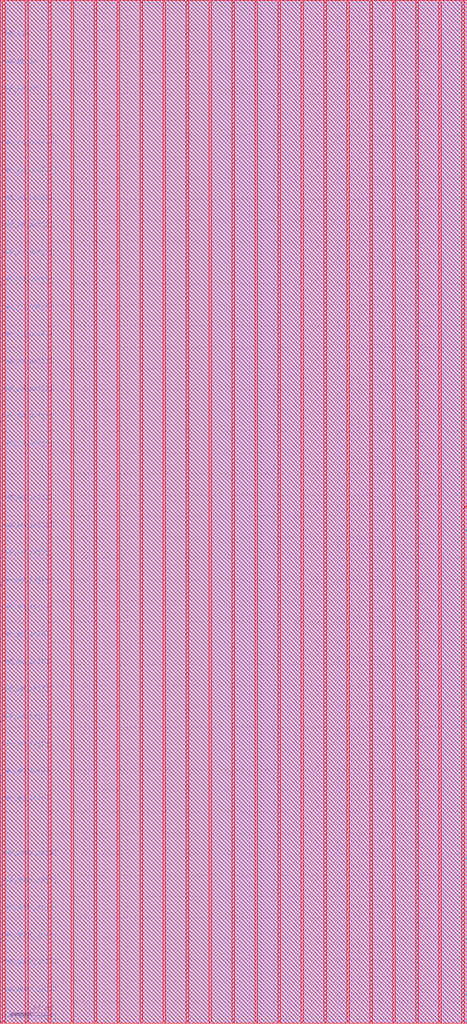
<source format=lef>
# Generated by FakeRAM 2.0
VERSION 5.7 ;
BUSBITCHARS "[]" ;
PROPERTYDEFINITIONS
  MACRO width INTEGER ;
  MACRO depth INTEGER ;
  MACRO banks INTEGER ;
END PROPERTYDEFINITIONS
MACRO liteeth_1rw1r_12w128d_sram
  PROPERTY width 12 ;
  PROPERTY depth 128 ;
  PROPERTY banks 1 ;
  FOREIGN liteeth_1rw1r_12w128d_sram 0 0 ;
  SYMMETRY X Y R90 ;
  SIZE 221.260 BY 484.160 ;
  CLASS BLOCK ;
  PIN r0_addr_in[0]
    DIRECTION INPUT ;
    USE SIGNAL ;
    SHAPE ABUTMENT ;
    PORT
      LAYER met3 ;
      RECT 220.460 0.680 221.260 0.980 ;
    END
  END r0_addr_in[0]
  PIN r0_addr_in[1]
    DIRECTION INPUT ;
    USE SIGNAL ;
    SHAPE ABUTMENT ;
    PORT
      LAYER met3 ;
      RECT 220.460 13.600 221.260 13.900 ;
    END
  END r0_addr_in[1]
  PIN r0_addr_in[2]
    DIRECTION INPUT ;
    USE SIGNAL ;
    SHAPE ABUTMENT ;
    PORT
      LAYER met3 ;
      RECT 220.460 26.520 221.260 26.820 ;
    END
  END r0_addr_in[2]
  PIN r0_addr_in[3]
    DIRECTION INPUT ;
    USE SIGNAL ;
    SHAPE ABUTMENT ;
    PORT
      LAYER met3 ;
      RECT 220.460 39.440 221.260 39.740 ;
    END
  END r0_addr_in[3]
  PIN r0_addr_in[4]
    DIRECTION INPUT ;
    USE SIGNAL ;
    SHAPE ABUTMENT ;
    PORT
      LAYER met3 ;
      RECT 220.460 52.360 221.260 52.660 ;
    END
  END r0_addr_in[4]
  PIN r0_addr_in[5]
    DIRECTION INPUT ;
    USE SIGNAL ;
    SHAPE ABUTMENT ;
    PORT
      LAYER met3 ;
      RECT 220.460 65.280 221.260 65.580 ;
    END
  END r0_addr_in[5]
  PIN r0_addr_in[6]
    DIRECTION INPUT ;
    USE SIGNAL ;
    SHAPE ABUTMENT ;
    PORT
      LAYER met3 ;
      RECT 220.460 78.200 221.260 78.500 ;
    END
  END r0_addr_in[6]
  PIN r0_rd_out[0]
    DIRECTION OUTPUT ;
    USE SIGNAL ;
    SHAPE ABUTMENT ;
    PORT
      LAYER met3 ;
      RECT 220.460 104.040 221.260 104.340 ;
    END
  END r0_rd_out[0]
  PIN r0_rd_out[1]
    DIRECTION OUTPUT ;
    USE SIGNAL ;
    SHAPE ABUTMENT ;
    PORT
      LAYER met3 ;
      RECT 220.460 116.960 221.260 117.260 ;
    END
  END r0_rd_out[1]
  PIN r0_rd_out[2]
    DIRECTION OUTPUT ;
    USE SIGNAL ;
    SHAPE ABUTMENT ;
    PORT
      LAYER met3 ;
      RECT 220.460 129.880 221.260 130.180 ;
    END
  END r0_rd_out[2]
  PIN r0_rd_out[3]
    DIRECTION OUTPUT ;
    USE SIGNAL ;
    SHAPE ABUTMENT ;
    PORT
      LAYER met3 ;
      RECT 220.460 142.800 221.260 143.100 ;
    END
  END r0_rd_out[3]
  PIN r0_rd_out[4]
    DIRECTION OUTPUT ;
    USE SIGNAL ;
    SHAPE ABUTMENT ;
    PORT
      LAYER met3 ;
      RECT 220.460 155.720 221.260 156.020 ;
    END
  END r0_rd_out[4]
  PIN r0_rd_out[5]
    DIRECTION OUTPUT ;
    USE SIGNAL ;
    SHAPE ABUTMENT ;
    PORT
      LAYER met3 ;
      RECT 220.460 168.640 221.260 168.940 ;
    END
  END r0_rd_out[5]
  PIN r0_rd_out[6]
    DIRECTION OUTPUT ;
    USE SIGNAL ;
    SHAPE ABUTMENT ;
    PORT
      LAYER met3 ;
      RECT 220.460 181.560 221.260 181.860 ;
    END
  END r0_rd_out[6]
  PIN r0_rd_out[7]
    DIRECTION OUTPUT ;
    USE SIGNAL ;
    SHAPE ABUTMENT ;
    PORT
      LAYER met3 ;
      RECT 220.460 194.480 221.260 194.780 ;
    END
  END r0_rd_out[7]
  PIN r0_rd_out[8]
    DIRECTION OUTPUT ;
    USE SIGNAL ;
    SHAPE ABUTMENT ;
    PORT
      LAYER met3 ;
      RECT 220.460 207.400 221.260 207.700 ;
    END
  END r0_rd_out[8]
  PIN r0_rd_out[9]
    DIRECTION OUTPUT ;
    USE SIGNAL ;
    SHAPE ABUTMENT ;
    PORT
      LAYER met3 ;
      RECT 220.460 220.320 221.260 220.620 ;
    END
  END r0_rd_out[9]
  PIN r0_rd_out[10]
    DIRECTION OUTPUT ;
    USE SIGNAL ;
    SHAPE ABUTMENT ;
    PORT
      LAYER met3 ;
      RECT 220.460 233.240 221.260 233.540 ;
    END
  END r0_rd_out[10]
  PIN r0_rd_out[11]
    DIRECTION OUTPUT ;
    USE SIGNAL ;
    SHAPE ABUTMENT ;
    PORT
      LAYER met3 ;
      RECT 220.460 246.160 221.260 246.460 ;
    END
  END r0_rd_out[11]
  PIN r0_ce_in
    DIRECTION INPUT ;
    USE SIGNAL ;
    SHAPE ABUTMENT ;
    PORT
      LAYER met3 ;
      RECT 220.460 272.000 221.260 272.300 ;
    END
  END r0_ce_in
  PIN r0_clk
    DIRECTION INPUT ;
    USE SIGNAL ;
    SHAPE ABUTMENT ;
    PORT
      LAYER met3 ;
      RECT 220.460 284.920 221.260 285.220 ;
    END
  END r0_clk
  PIN rw0_addr_in[0]
    DIRECTION INPUT ;
    USE SIGNAL ;
    SHAPE ABUTMENT ;
    PORT
      LAYER met3 ;
      RECT 0.000 0.680 0.800 0.980 ;
    END
  END rw0_addr_in[0]
  PIN rw0_addr_in[1]
    DIRECTION INPUT ;
    USE SIGNAL ;
    SHAPE ABUTMENT ;
    PORT
      LAYER met3 ;
      RECT 0.000 13.600 0.800 13.900 ;
    END
  END rw0_addr_in[1]
  PIN rw0_addr_in[2]
    DIRECTION INPUT ;
    USE SIGNAL ;
    SHAPE ABUTMENT ;
    PORT
      LAYER met3 ;
      RECT 0.000 26.520 0.800 26.820 ;
    END
  END rw0_addr_in[2]
  PIN rw0_addr_in[3]
    DIRECTION INPUT ;
    USE SIGNAL ;
    SHAPE ABUTMENT ;
    PORT
      LAYER met3 ;
      RECT 0.000 39.440 0.800 39.740 ;
    END
  END rw0_addr_in[3]
  PIN rw0_addr_in[4]
    DIRECTION INPUT ;
    USE SIGNAL ;
    SHAPE ABUTMENT ;
    PORT
      LAYER met3 ;
      RECT 0.000 52.360 0.800 52.660 ;
    END
  END rw0_addr_in[4]
  PIN rw0_addr_in[5]
    DIRECTION INPUT ;
    USE SIGNAL ;
    SHAPE ABUTMENT ;
    PORT
      LAYER met3 ;
      RECT 0.000 65.280 0.800 65.580 ;
    END
  END rw0_addr_in[5]
  PIN rw0_addr_in[6]
    DIRECTION INPUT ;
    USE SIGNAL ;
    SHAPE ABUTMENT ;
    PORT
      LAYER met3 ;
      RECT 0.000 78.200 0.800 78.500 ;
    END
  END rw0_addr_in[6]
  PIN rw0_wd_in[0]
    DIRECTION INPUT ;
    USE SIGNAL ;
    SHAPE ABUTMENT ;
    PORT
      LAYER met3 ;
      RECT 0.000 104.040 0.800 104.340 ;
    END
  END rw0_wd_in[0]
  PIN rw0_wd_in[1]
    DIRECTION INPUT ;
    USE SIGNAL ;
    SHAPE ABUTMENT ;
    PORT
      LAYER met3 ;
      RECT 0.000 116.960 0.800 117.260 ;
    END
  END rw0_wd_in[1]
  PIN rw0_wd_in[2]
    DIRECTION INPUT ;
    USE SIGNAL ;
    SHAPE ABUTMENT ;
    PORT
      LAYER met3 ;
      RECT 0.000 129.880 0.800 130.180 ;
    END
  END rw0_wd_in[2]
  PIN rw0_wd_in[3]
    DIRECTION INPUT ;
    USE SIGNAL ;
    SHAPE ABUTMENT ;
    PORT
      LAYER met3 ;
      RECT 0.000 142.800 0.800 143.100 ;
    END
  END rw0_wd_in[3]
  PIN rw0_wd_in[4]
    DIRECTION INPUT ;
    USE SIGNAL ;
    SHAPE ABUTMENT ;
    PORT
      LAYER met3 ;
      RECT 0.000 155.720 0.800 156.020 ;
    END
  END rw0_wd_in[4]
  PIN rw0_wd_in[5]
    DIRECTION INPUT ;
    USE SIGNAL ;
    SHAPE ABUTMENT ;
    PORT
      LAYER met3 ;
      RECT 0.000 168.640 0.800 168.940 ;
    END
  END rw0_wd_in[5]
  PIN rw0_wd_in[6]
    DIRECTION INPUT ;
    USE SIGNAL ;
    SHAPE ABUTMENT ;
    PORT
      LAYER met3 ;
      RECT 0.000 181.560 0.800 181.860 ;
    END
  END rw0_wd_in[6]
  PIN rw0_wd_in[7]
    DIRECTION INPUT ;
    USE SIGNAL ;
    SHAPE ABUTMENT ;
    PORT
      LAYER met3 ;
      RECT 0.000 194.480 0.800 194.780 ;
    END
  END rw0_wd_in[7]
  PIN rw0_wd_in[8]
    DIRECTION INPUT ;
    USE SIGNAL ;
    SHAPE ABUTMENT ;
    PORT
      LAYER met3 ;
      RECT 0.000 207.400 0.800 207.700 ;
    END
  END rw0_wd_in[8]
  PIN rw0_wd_in[9]
    DIRECTION INPUT ;
    USE SIGNAL ;
    SHAPE ABUTMENT ;
    PORT
      LAYER met3 ;
      RECT 0.000 220.320 0.800 220.620 ;
    END
  END rw0_wd_in[9]
  PIN rw0_wd_in[10]
    DIRECTION INPUT ;
    USE SIGNAL ;
    SHAPE ABUTMENT ;
    PORT
      LAYER met3 ;
      RECT 0.000 233.240 0.800 233.540 ;
    END
  END rw0_wd_in[10]
  PIN rw0_wd_in[11]
    DIRECTION INPUT ;
    USE SIGNAL ;
    SHAPE ABUTMENT ;
    PORT
      LAYER met3 ;
      RECT 0.000 246.160 0.800 246.460 ;
    END
  END rw0_wd_in[11]
  PIN rw0_rd_out[0]
    DIRECTION OUTPUT ;
    USE SIGNAL ;
    SHAPE ABUTMENT ;
    PORT
      LAYER met3 ;
      RECT 0.000 272.000 0.800 272.300 ;
    END
  END rw0_rd_out[0]
  PIN rw0_rd_out[1]
    DIRECTION OUTPUT ;
    USE SIGNAL ;
    SHAPE ABUTMENT ;
    PORT
      LAYER met3 ;
      RECT 0.000 284.920 0.800 285.220 ;
    END
  END rw0_rd_out[1]
  PIN rw0_rd_out[2]
    DIRECTION OUTPUT ;
    USE SIGNAL ;
    SHAPE ABUTMENT ;
    PORT
      LAYER met3 ;
      RECT 0.000 297.840 0.800 298.140 ;
    END
  END rw0_rd_out[2]
  PIN rw0_rd_out[3]
    DIRECTION OUTPUT ;
    USE SIGNAL ;
    SHAPE ABUTMENT ;
    PORT
      LAYER met3 ;
      RECT 0.000 310.760 0.800 311.060 ;
    END
  END rw0_rd_out[3]
  PIN rw0_rd_out[4]
    DIRECTION OUTPUT ;
    USE SIGNAL ;
    SHAPE ABUTMENT ;
    PORT
      LAYER met3 ;
      RECT 0.000 323.680 0.800 323.980 ;
    END
  END rw0_rd_out[4]
  PIN rw0_rd_out[5]
    DIRECTION OUTPUT ;
    USE SIGNAL ;
    SHAPE ABUTMENT ;
    PORT
      LAYER met3 ;
      RECT 0.000 336.600 0.800 336.900 ;
    END
  END rw0_rd_out[5]
  PIN rw0_rd_out[6]
    DIRECTION OUTPUT ;
    USE SIGNAL ;
    SHAPE ABUTMENT ;
    PORT
      LAYER met3 ;
      RECT 0.000 349.520 0.800 349.820 ;
    END
  END rw0_rd_out[6]
  PIN rw0_rd_out[7]
    DIRECTION OUTPUT ;
    USE SIGNAL ;
    SHAPE ABUTMENT ;
    PORT
      LAYER met3 ;
      RECT 0.000 362.440 0.800 362.740 ;
    END
  END rw0_rd_out[7]
  PIN rw0_rd_out[8]
    DIRECTION OUTPUT ;
    USE SIGNAL ;
    SHAPE ABUTMENT ;
    PORT
      LAYER met3 ;
      RECT 0.000 375.360 0.800 375.660 ;
    END
  END rw0_rd_out[8]
  PIN rw0_rd_out[9]
    DIRECTION OUTPUT ;
    USE SIGNAL ;
    SHAPE ABUTMENT ;
    PORT
      LAYER met3 ;
      RECT 0.000 388.280 0.800 388.580 ;
    END
  END rw0_rd_out[9]
  PIN rw0_rd_out[10]
    DIRECTION OUTPUT ;
    USE SIGNAL ;
    SHAPE ABUTMENT ;
    PORT
      LAYER met3 ;
      RECT 0.000 401.200 0.800 401.500 ;
    END
  END rw0_rd_out[10]
  PIN rw0_rd_out[11]
    DIRECTION OUTPUT ;
    USE SIGNAL ;
    SHAPE ABUTMENT ;
    PORT
      LAYER met3 ;
      RECT 0.000 414.120 0.800 414.420 ;
    END
  END rw0_rd_out[11]
  PIN rw0_we_in
    DIRECTION INPUT ;
    USE SIGNAL ;
    SHAPE ABUTMENT ;
    PORT
      LAYER met3 ;
      RECT 0.000 439.960 0.800 440.260 ;
    END
  END rw0_we_in
  PIN rw0_ce_in
    DIRECTION INPUT ;
    USE SIGNAL ;
    SHAPE ABUTMENT ;
    PORT
      LAYER met3 ;
      RECT 0.000 452.880 0.800 453.180 ;
    END
  END rw0_ce_in
  PIN rw0_clk
    DIRECTION INPUT ;
    USE SIGNAL ;
    SHAPE ABUTMENT ;
    PORT
      LAYER met3 ;
      RECT 0.000 465.800 0.800 466.100 ;
    END
  END rw0_clk
  PIN VSS
    DIRECTION INOUT ;
    USE GROUND ;
    PORT
      LAYER met4 ;
      RECT 1.060 0.680 2.260 483.480 ;
      RECT 11.940 0.680 13.140 483.480 ;
      RECT 22.820 0.680 24.020 483.480 ;
      RECT 33.700 0.680 34.900 483.480 ;
      RECT 44.580 0.680 45.780 483.480 ;
      RECT 55.460 0.680 56.660 483.480 ;
      RECT 66.340 0.680 67.540 483.480 ;
      RECT 77.220 0.680 78.420 483.480 ;
      RECT 88.100 0.680 89.300 483.480 ;
      RECT 98.980 0.680 100.180 483.480 ;
      RECT 109.860 0.680 111.060 483.480 ;
      RECT 120.740 0.680 121.940 483.480 ;
      RECT 131.620 0.680 132.820 483.480 ;
      RECT 142.500 0.680 143.700 483.480 ;
      RECT 153.380 0.680 154.580 483.480 ;
      RECT 164.260 0.680 165.460 483.480 ;
      RECT 175.140 0.680 176.340 483.480 ;
      RECT 186.020 0.680 187.220 483.480 ;
      RECT 196.900 0.680 198.100 483.480 ;
      RECT 207.780 0.680 208.980 483.480 ;
      RECT 218.660 0.680 219.860 483.480 ;
    END
  END VSS
  PIN VDD
    DIRECTION INOUT ;
    USE POWER ;
    PORT
      LAYER met4 ;
      RECT 1.060 0.680 2.260 483.480 ;
      RECT 11.940 0.680 13.140 483.480 ;
      RECT 22.820 0.680 24.020 483.480 ;
      RECT 33.700 0.680 34.900 483.480 ;
      RECT 44.580 0.680 45.780 483.480 ;
      RECT 55.460 0.680 56.660 483.480 ;
      RECT 66.340 0.680 67.540 483.480 ;
      RECT 77.220 0.680 78.420 483.480 ;
      RECT 88.100 0.680 89.300 483.480 ;
      RECT 98.980 0.680 100.180 483.480 ;
      RECT 109.860 0.680 111.060 483.480 ;
      RECT 120.740 0.680 121.940 483.480 ;
      RECT 131.620 0.680 132.820 483.480 ;
      RECT 142.500 0.680 143.700 483.480 ;
      RECT 153.380 0.680 154.580 483.480 ;
      RECT 164.260 0.680 165.460 483.480 ;
      RECT 175.140 0.680 176.340 483.480 ;
      RECT 186.020 0.680 187.220 483.480 ;
      RECT 196.900 0.680 198.100 483.480 ;
      RECT 207.780 0.680 208.980 483.480 ;
      RECT 218.660 0.680 219.860 483.480 ;
    END
  END VDD
  OBS
    LAYER met1 ;
    RECT 0 0 221.260 484.160 ;
    LAYER met2 ;
    RECT 0 0 221.260 484.160 ;
    LAYER met3 ;
    RECT 0 0 221.260 484.160 ;
    LAYER met4 ;
    RECT 0 0 221.260 484.160 ;
    LAYER OVERLAP ;
    RECT 0 0 221.260 484.160 ;
  END
END liteeth_1rw1r_12w128d_sram

END LIBRARY

</source>
